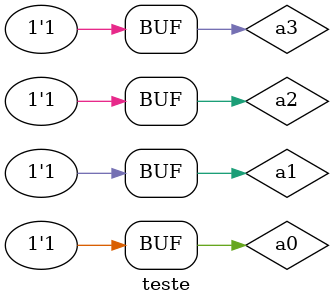
<source format=v>
/*
PUC-Minas - Instituto de Informática
ARQ1 Guia-07
Data de entrega: 20-23/09/2010
Nome: Washington Luis de Souza Ramos
Matricula: 407456
Prof.: Theldo
*/
 module complemento_1 (s0,s1,s2,s3, a0,a1,a2,a3);
 input a0,a1,a2,a3;
 output s0,s1,s2,s3;
 
 not NOT1 (s0, a0);
  not NOT1 (s1, a1);
 not NOT1 (s2, a2);
 not NOT1 (s3, a3);
 
 endmodule

module teste;
reg a0,a1,a2,a3;
wire s0,s1,s2,s3;

complemento_1 COMP1 (s0,s1,s2,s3, a0,a1,a2,a3);

initial
begin

	$display ("Guia07");
	$display ("\n Nome: Washington Luis \n Matricula: 407456 \n");
	$display (" ");
	$monitor ("Complemento de 1 de %b%b%b%b = %b%b%b%b", a0,a1,a2,a3, s0,s1,s2,s3); 
		a0 = 0; a1 = 0; a2 = 0; a3 = 0;
#1 a0 = 0; a1 = 0; a2 = 0; a3 = 1;
#1 a0 = 0; a1 = 0; a2 = 1; a3 = 0;
#1 a0 = 0; a1 = 0; a2 = 1; a3 = 1;
#1 a0 = 0; a1 = 1; a2 = 0; a3 = 0;
#1 a0 = 0; a1 = 1; a2 = 0; a3 = 1;
#1 a0 = 0; a1 = 1; a2 = 1; a3 = 0;
#1 a0 = 0; a1 = 1; a2 = 1; a3 = 1;
#1 a0 = 1; a1 = 0; a2 = 0; a3 = 0;
#1 a0 = 1; a1 = 0; a2 = 0; a3 = 1;
#1 a0 = 1; a1 = 0; a2 = 1; a3 = 0;
#1 a0 = 1; a1 = 0; a2 = 1; a3 = 1;
#1 a0 = 1; a1 = 1; a2 = 0; a3 = 0;
#1 a0 = 1; a1 = 1; a2 = 0; a3 = 1;
#1 a0 = 1; a1 = 1; a2 = 1; a3 = 0;
#1 a0 = 1; a1 = 1; a2 = 1; a3 = 1;

end
endmodule//teste

/*
    Guia07
    
     Nome: Washington Luis 
     Matricula: 407456 
    
     
    Complemento de 1 de 0000 = 1111
    Complemento de 1 de 0001 = 1110
    Complemento de 1 de 0010 = 1101
    Complemento de 1 de 0011 = 1100
    Complemento de 1 de 0100 = 1011
    Complemento de 1 de 0101 = 1010
    Complemento de 1 de 0110 = 1001
    Complemento de 1 de 0111 = 1000
    Complemento de 1 de 1000 = 0111
    Complemento de 1 de 1001 = 0110
    Complemento de 1 de 1010 = 0101
    Complemento de 1 de 1011 = 0100
    Complemento de 1 de 1100 = 0011
    Complemento de 1 de 1101 = 0010
    Complemento de 1 de 1110 = 0001
    Complemento de 1 de 1111 = 0000
    
    */
</source>
